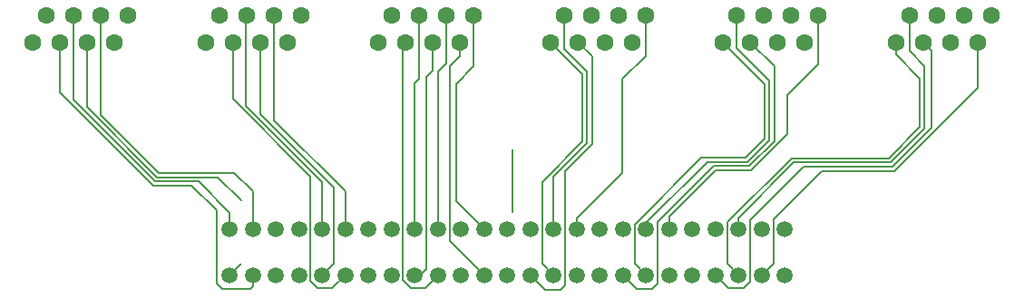
<source format=gbl>
%TF.GenerationSoftware,KiCad,Pcbnew,8.0.1*%
%TF.CreationDate,2024-07-20T02:09:27+01:00*%
%TF.ProjectId,MINI_TRUNK_6_MAIN,4d494e49-5f54-4525-954e-4b5f365f4d41,rev?*%
%TF.SameCoordinates,Original*%
%TF.FileFunction,Copper,L2,Bot*%
%TF.FilePolarity,Positive*%
%FSLAX46Y46*%
G04 Gerber Fmt 4.6, Leading zero omitted, Abs format (unit mm)*
G04 Created by KiCad (PCBNEW 8.0.1) date 2024-07-20 02:09:27*
%MOMM*%
%LPD*%
G01*
G04 APERTURE LIST*
%TA.AperFunction,ComponentPad*%
%ADD10C,1.500000*%
%TD*%
%TA.AperFunction,ComponentPad*%
%ADD11C,1.600000*%
%TD*%
%TA.AperFunction,Conductor*%
%ADD12C,0.200000*%
%TD*%
G04 APERTURE END LIST*
D10*
%TO.P,J7,1,Pin_1*%
%TO.N,/L1-*%
X138985182Y-106645000D03*
%TO.P,J7,2,Pin_2*%
%TO.N,/L2-*%
X141145182Y-106645000D03*
%TO.P,J7,3,Pin_3*%
%TO.N,/L3-*%
X143305182Y-106645000D03*
%TO.P,J7,4,Pin_4*%
%TO.N,/L4-*%
X145465182Y-106645000D03*
%TO.P,J7,5,Pin_5*%
%TO.N,/L5-*%
X147625182Y-106645000D03*
%TO.P,J7,6,Pin_6*%
%TO.N,/L6-*%
X149785182Y-106645000D03*
%TO.P,J7,7,Pin_7*%
%TO.N,/L7-*%
X151945182Y-106645000D03*
%TO.P,J7,8,Pin_8*%
%TO.N,/L8-*%
X154105182Y-106645000D03*
%TO.P,J7,9,Pin_9*%
%TO.N,/L9-*%
X156265182Y-106645000D03*
%TO.P,J7,10,Pin_10*%
%TO.N,/L10-*%
X158425182Y-106645000D03*
%TO.P,J7,11,Pin_11*%
%TO.N,/L11-*%
X160585182Y-106645000D03*
%TO.P,J7,12,Pin_12*%
%TO.N,/L12-*%
X162745182Y-106645000D03*
%TO.P,J7,13,Pin_13*%
%TO.N,/L13-*%
X164905182Y-106645000D03*
%TO.P,J7,14,Pin_14*%
%TO.N,/L14-*%
X167065182Y-106645000D03*
%TO.P,J7,15,Pin_15*%
%TO.N,/L15-*%
X169225182Y-106645000D03*
%TO.P,J7,16,Pin_16*%
%TO.N,/L16-*%
X171385182Y-106645000D03*
%TO.P,J7,17,Pin_17*%
%TO.N,/L17-*%
X173545182Y-106645000D03*
%TO.P,J7,18,Pin_18*%
%TO.N,/L18-*%
X175705182Y-106645000D03*
%TO.P,J7,19,Pin_19*%
%TO.N,/L19-*%
X177865182Y-106645000D03*
%TO.P,J7,20,Pin_20*%
%TO.N,/L20-*%
X180025182Y-106645000D03*
%TO.P,J7,21,Pin_21*%
%TO.N,/L21-*%
X182185182Y-106645000D03*
%TO.P,J7,22,Pin_22*%
%TO.N,/L22-*%
X184345182Y-106645000D03*
%TO.P,J7,23,Pin_23*%
%TO.N,/L23-*%
X186505182Y-106645000D03*
%TO.P,J7,24,Pin_24*%
%TO.N,/L24-*%
X188665182Y-106645000D03*
%TO.P,J7,25,Pin_25*%
%TO.N,unconnected-(J7-Pin_25-Pad25)*%
X190825182Y-106645000D03*
%TO.P,J7,26,Pin_26*%
%TO.N,/L1+*%
X138985182Y-110935000D03*
%TO.P,J7,27,Pin_27*%
%TO.N,/L2+*%
X141145182Y-110935000D03*
%TO.P,J7,28,Pin_28*%
%TO.N,/L3+*%
X143305182Y-110935000D03*
%TO.P,J7,29,Pin_29*%
%TO.N,/L4+*%
X145465182Y-110935000D03*
%TO.P,J7,30,Pin_30*%
%TO.N,/L5+*%
X147625182Y-110935000D03*
%TO.P,J7,31,Pin_31*%
%TO.N,/L6+*%
X149785182Y-110935000D03*
%TO.P,J7,32,Pin_32*%
%TO.N,/L7+*%
X151945182Y-110935000D03*
%TO.P,J7,33,Pin_33*%
%TO.N,/L8+*%
X154105182Y-110935000D03*
%TO.P,J7,34,Pin_34*%
%TO.N,/L9+*%
X156265182Y-110935000D03*
%TO.P,J7,35,Pin_35*%
%TO.N,/L10+*%
X158425182Y-110935000D03*
%TO.P,J7,36,Pin_36*%
%TO.N,/L11+*%
X160585182Y-110935000D03*
%TO.P,J7,37,Pin_37*%
%TO.N,/L12+*%
X162745182Y-110935000D03*
%TO.P,J7,38,Pin_38*%
%TO.N,/L13+*%
X164905182Y-110935000D03*
%TO.P,J7,39,Pin_39*%
%TO.N,/L14+*%
X167065182Y-110935000D03*
%TO.P,J7,40,Pin_40*%
%TO.N,/L15+*%
X169225182Y-110935000D03*
%TO.P,J7,41,Pin_41*%
%TO.N,/L16+*%
X171385182Y-110935000D03*
%TO.P,J7,42,Pin_42*%
%TO.N,/L17+*%
X173545182Y-110935000D03*
%TO.P,J7,43,Pin_43*%
%TO.N,/L18+*%
X175705182Y-110935000D03*
%TO.P,J7,44,Pin_44*%
%TO.N,/L19+*%
X177865182Y-110935000D03*
%TO.P,J7,45,Pin_45*%
%TO.N,/L20+*%
X180025182Y-110935000D03*
%TO.P,J7,46,Pin_46*%
%TO.N,/L21+*%
X182185182Y-110935000D03*
%TO.P,J7,47,Pin_47*%
%TO.N,/L22+*%
X184345182Y-110935000D03*
%TO.P,J7,48,Pin_48*%
%TO.N,/L23+*%
X186505182Y-110935000D03*
%TO.P,J7,49,Pin_49*%
%TO.N,/L24+*%
X188665182Y-110935000D03*
%TO.P,J7,50,Pin_50*%
%TO.N,unconnected-(J7-Pin_50-Pad50)*%
X190825182Y-110935000D03*
%TD*%
D11*
%TO.P,J3,1*%
%TO.N,/L11+*%
X152860179Y-89193995D03*
%TO.P,J3,2*%
%TO.N,/L11-*%
X154130176Y-86654002D03*
%TO.P,J3,3*%
%TO.N,/L10+*%
X155400180Y-89193995D03*
%TO.P,J3,4*%
%TO.N,/L9-*%
X156670177Y-86654002D03*
%TO.P,J3,5*%
%TO.N,/L9+*%
X157940181Y-89193995D03*
%TO.P,J3,6*%
%TO.N,/L10-*%
X159210178Y-86654002D03*
%TO.P,J3,7*%
%TO.N,/L12+*%
X160480182Y-89193995D03*
%TO.P,J3,8*%
%TO.N,/L12-*%
X161750183Y-86654002D03*
%TD*%
%TO.P,J6,1*%
%TO.N,/L23+*%
X201190182Y-89193995D03*
%TO.P,J6,2*%
%TO.N,/L23-*%
X202460179Y-86654002D03*
%TO.P,J6,3*%
%TO.N,/L22+*%
X203730183Y-89193995D03*
%TO.P,J6,4*%
%TO.N,/L21-*%
X205000180Y-86654002D03*
%TO.P,J6,5*%
%TO.N,/L21+*%
X206270184Y-89193995D03*
%TO.P,J6,6*%
%TO.N,/L22-*%
X207540181Y-86654002D03*
%TO.P,J6,7*%
%TO.N,/L24+*%
X208810185Y-89193995D03*
%TO.P,J6,8*%
%TO.N,/L24-*%
X210080186Y-86654002D03*
%TD*%
%TO.P,J5,1*%
%TO.N,/L19+*%
X185080179Y-89193995D03*
%TO.P,J5,2*%
%TO.N,/L19-*%
X186350176Y-86654002D03*
%TO.P,J5,3*%
%TO.N,/L18+*%
X187620180Y-89193995D03*
%TO.P,J5,4*%
%TO.N,/L17-*%
X188890177Y-86654002D03*
%TO.P,J5,5*%
%TO.N,/L17+*%
X190160181Y-89193995D03*
%TO.P,J5,6*%
%TO.N,/L18-*%
X191430178Y-86654002D03*
%TO.P,J5,7*%
%TO.N,/L20+*%
X192700182Y-89193995D03*
%TO.P,J5,8*%
%TO.N,/L20-*%
X193970183Y-86654002D03*
%TD*%
%TO.P,J2,1*%
%TO.N,/L7+*%
X136750179Y-89193995D03*
%TO.P,J2,2*%
%TO.N,/L7-*%
X138020176Y-86654002D03*
%TO.P,J2,3*%
%TO.N,/L6+*%
X139290180Y-89193995D03*
%TO.P,J2,4*%
%TO.N,/L5-*%
X140560177Y-86654002D03*
%TO.P,J2,5*%
%TO.N,/L5+*%
X141830181Y-89193995D03*
%TO.P,J2,6*%
%TO.N,/L6-*%
X143100178Y-86654002D03*
%TO.P,J2,7*%
%TO.N,/L8+*%
X144370182Y-89193995D03*
%TO.P,J2,8*%
%TO.N,/L8-*%
X145640183Y-86654002D03*
%TD*%
%TO.P,J4,1*%
%TO.N,/L15+*%
X168970179Y-89193995D03*
%TO.P,J4,2*%
%TO.N,/L15-*%
X170240176Y-86654002D03*
%TO.P,J4,3*%
%TO.N,/L14+*%
X171510180Y-89193995D03*
%TO.P,J4,4*%
%TO.N,/L13-*%
X172780177Y-86654002D03*
%TO.P,J4,5*%
%TO.N,/L13+*%
X174050181Y-89193995D03*
%TO.P,J4,6*%
%TO.N,/L14-*%
X175320178Y-86654002D03*
%TO.P,J4,7*%
%TO.N,/L16+*%
X176590182Y-89193995D03*
%TO.P,J4,8*%
%TO.N,/L16-*%
X177860183Y-86654002D03*
%TD*%
%TO.P,J1,1*%
%TO.N,/L3+*%
X120640179Y-89193995D03*
%TO.P,J1,2*%
%TO.N,/L3-*%
X121910176Y-86654002D03*
%TO.P,J1,3*%
%TO.N,/L2+*%
X123180180Y-89193995D03*
%TO.P,J1,4*%
%TO.N,/L1-*%
X124450177Y-86654002D03*
%TO.P,J1,5*%
%TO.N,/L1+*%
X125720181Y-89193995D03*
%TO.P,J1,6*%
%TO.N,/L2-*%
X126990178Y-86654002D03*
%TO.P,J1,7*%
%TO.N,/L4+*%
X128260182Y-89193995D03*
%TO.P,J1,8*%
%TO.N,/L4-*%
X129530183Y-86654002D03*
%TD*%
D12*
%TO.N,/L1+*%
X137880000Y-101790000D02*
X140050000Y-103960000D01*
X140050000Y-109870182D02*
X138985182Y-110935000D01*
X125660000Y-89753994D02*
X125660000Y-95218628D01*
X126219999Y-89193995D02*
X125660000Y-89753994D01*
X125660000Y-95218628D02*
X132231372Y-101790000D01*
X132231372Y-101790000D02*
X137880000Y-101790000D01*
X138985182Y-110935000D02*
X139485000Y-110935000D01*
%TO.N,/L2+*%
X131900000Y-102590000D02*
X135460000Y-102590000D01*
X123180180Y-93870180D02*
X131900000Y-102590000D01*
X140900000Y-112230000D02*
X141145182Y-111984818D01*
X123180180Y-89193995D02*
X123180180Y-93870180D01*
X137760000Y-111720000D02*
X138270000Y-112230000D01*
X138270000Y-112230000D02*
X140900000Y-112230000D01*
X137760000Y-104890000D02*
X137760000Y-111720000D01*
X135460000Y-102590000D02*
X137760000Y-104890000D01*
X141145182Y-111984818D02*
X141145182Y-110935000D01*
%TO.N,/L1-*%
X139000000Y-106630182D02*
X138985182Y-106645000D01*
X138985182Y-105114158D02*
X138985182Y-106645000D01*
X124450177Y-86654002D02*
X124450177Y-94574491D01*
X132065686Y-102190000D02*
X136090660Y-102190000D01*
X139000000Y-105099340D02*
X138985182Y-105114158D01*
X124420000Y-87183997D02*
X124949995Y-86654002D01*
X124450177Y-94574491D02*
X132065686Y-102190000D01*
X136090660Y-102190000D02*
X139000000Y-105099340D01*
%TO.N,/L2-*%
X126990178Y-86654002D02*
X126990178Y-95983120D01*
X141145182Y-103115182D02*
X141145182Y-106645000D01*
X139420000Y-101390000D02*
X141145182Y-103115182D01*
X132397058Y-101390000D02*
X139420000Y-101390000D01*
X127489996Y-86654002D02*
X126920000Y-87223998D01*
X126990178Y-95983120D02*
X132397058Y-101390000D01*
%TO.N,/L5-*%
X147625182Y-102904818D02*
X147625182Y-106645000D01*
X141059995Y-86654002D02*
X140510000Y-87203997D01*
X140490000Y-86724179D02*
X140490000Y-95084315D01*
X147630000Y-102900000D02*
X147625182Y-102904818D01*
X140560177Y-86654002D02*
X140490000Y-86724179D01*
X147630000Y-102224315D02*
X147630000Y-102900000D01*
X140490000Y-95084315D02*
X147630000Y-102224315D01*
%TO.N,/L6-*%
X149785182Y-103125182D02*
X149785182Y-106645000D01*
X143100178Y-96440178D02*
X149785182Y-103125182D01*
X143100178Y-86654002D02*
X143100178Y-96440178D01*
X143599996Y-86654002D02*
X143082300Y-87171698D01*
%TO.N,/L6+*%
X148550182Y-112170000D02*
X149785182Y-110935000D01*
X146530067Y-101690067D02*
X146530067Y-111461100D01*
X139290180Y-89193995D02*
X139290180Y-94450180D01*
X139290180Y-94450180D02*
X146530067Y-101690067D01*
X147238967Y-112170000D02*
X148550182Y-112170000D01*
X139320000Y-89663993D02*
X139789998Y-89193995D01*
X146530067Y-111461100D02*
X147238967Y-112170000D01*
%TO.N,/L5+*%
X148693559Y-109866623D02*
X147625182Y-110935000D01*
X148693559Y-102722189D02*
X148693559Y-109866623D01*
X141830181Y-95858811D02*
X148693559Y-102722189D01*
X141830181Y-89193995D02*
X141830181Y-95858811D01*
%TO.N,/L9+*%
X157350000Y-92452942D02*
X157940181Y-91862761D01*
X157940181Y-91862761D02*
X157940181Y-89193995D01*
X156265182Y-110935000D02*
X156765000Y-110935000D01*
X156765000Y-110935000D02*
X157350000Y-110350000D01*
X157780000Y-89853994D02*
X158439999Y-89193995D01*
X157350000Y-110350000D02*
X157350000Y-92452942D01*
%TO.N,/L10+*%
X155400180Y-89193995D02*
X155190000Y-89404175D01*
X155190000Y-89404175D02*
X155190000Y-111380000D01*
X157250182Y-112110000D02*
X158425182Y-110935000D01*
X155190000Y-111380000D02*
X155920000Y-112110000D01*
X155164548Y-89929445D02*
X155899998Y-89193995D01*
X155920000Y-112110000D02*
X157250182Y-112110000D01*
%TO.N,/L10-*%
X158425182Y-106645000D02*
X158425182Y-91943446D01*
X158425182Y-91943446D02*
X159210178Y-91158450D01*
X159210178Y-91158450D02*
X159210178Y-86654002D01*
X159240000Y-87123998D02*
X159709996Y-86654002D01*
%TO.N,/L12+*%
X159530000Y-91404314D02*
X159530000Y-107719818D01*
X160480182Y-90454132D02*
X159530000Y-91404314D01*
X160480182Y-89193995D02*
X160480182Y-90454132D01*
X159530000Y-107719818D02*
X162745182Y-110935000D01*
%TO.N,/L12-*%
X161750183Y-86654002D02*
X161750183Y-91439817D01*
X160120000Y-93070000D02*
X160120000Y-104019818D01*
X160120000Y-104019818D02*
X162745182Y-106645000D01*
X161750183Y-91439817D02*
X160120000Y-93070000D01*
%TO.N,/L9-*%
X156265182Y-106645000D02*
X156230000Y-106609818D01*
X156680000Y-87143997D02*
X157169995Y-86654002D01*
X156670177Y-92567080D02*
X156670177Y-86654002D01*
X156670000Y-106550000D02*
X156680000Y-106560000D01*
X156230000Y-106609818D02*
X156230000Y-93007257D01*
X156230000Y-93007257D02*
X156670177Y-92567080D01*
%TO.N,/L15-*%
X172340000Y-91920000D02*
X172340000Y-98605685D01*
X170240176Y-89820176D02*
X172340000Y-91920000D01*
X169225182Y-101720503D02*
X169225182Y-106645000D01*
X170240176Y-86654002D02*
X170240176Y-89820176D01*
X170270000Y-87123996D02*
X170739994Y-86654002D01*
X172340000Y-98605685D02*
X169225182Y-101720503D01*
%TO.N,/L16-*%
X177860000Y-90280000D02*
X177860000Y-90440000D01*
X171385182Y-105664818D02*
X171385182Y-106645000D01*
X175680000Y-92620000D02*
X175680000Y-101370000D01*
X177860183Y-86654002D02*
X177860183Y-90279817D01*
X177860183Y-90279817D02*
X177860000Y-90280000D01*
X175680000Y-101370000D02*
X171385182Y-105664818D01*
X177860000Y-90440000D02*
X175680000Y-92620000D01*
%TO.N,/L13-*%
X165405000Y-99159909D02*
X165405000Y-105070091D01*
%TO.N,/L14+*%
X170316498Y-111853502D02*
X169860000Y-112310000D01*
X170316498Y-101194872D02*
X170316498Y-111853502D01*
X171510180Y-89193995D02*
X172809997Y-90493812D01*
X172809997Y-90493812D02*
X172809997Y-98701373D01*
X172809997Y-98701373D02*
X170316498Y-101194872D01*
X168440182Y-112310000D02*
X167065182Y-110935000D01*
X169860000Y-112310000D02*
X168440182Y-112310000D01*
%TO.N,/L15+*%
X171936184Y-92160000D02*
X171940000Y-92160000D01*
X168160000Y-109869818D02*
X169225182Y-110935000D01*
X171940000Y-92160000D02*
X171940000Y-98440000D01*
X171940000Y-98440000D02*
X168160000Y-102220000D01*
X168970179Y-89193995D02*
X171936184Y-92160000D01*
X169469997Y-89689997D02*
X169469997Y-89193995D01*
X168160000Y-102220000D02*
X168160000Y-109869818D01*
%TO.N,/L20-*%
X191090000Y-94120000D02*
X191090000Y-97750000D01*
X193970183Y-86654002D02*
X193970183Y-91239817D01*
X180025182Y-105494818D02*
X180025182Y-106645000D01*
X193970183Y-91239817D02*
X191090000Y-94120000D01*
X184370000Y-101150000D02*
X180025182Y-105494818D01*
X191090000Y-97750000D02*
X187690000Y-101150000D01*
X187690000Y-101150000D02*
X184370000Y-101150000D01*
%TO.N,/L18+*%
X189836681Y-91410496D02*
X187620180Y-89193995D01*
X178950000Y-106004314D02*
X184204314Y-100750000D01*
X176990182Y-112220000D02*
X178410000Y-112220000D01*
X175705182Y-110935000D02*
X176990182Y-112220000D01*
X178950000Y-111680000D02*
X178950000Y-106004314D01*
X178410000Y-112220000D02*
X178950000Y-111680000D01*
X187524314Y-100750000D02*
X189836681Y-98437633D01*
X184204314Y-100750000D02*
X187524314Y-100750000D01*
X189836681Y-98437633D02*
X189836681Y-91410496D01*
%TO.N,/L19-*%
X189360000Y-92735802D02*
X189360000Y-98348628D01*
X187358628Y-100350000D02*
X183599340Y-100350000D01*
X177865182Y-106084158D02*
X177865182Y-106645000D01*
X189360000Y-98348628D02*
X187358628Y-100350000D01*
X186350176Y-86654002D02*
X186350176Y-89725978D01*
X186350176Y-89725978D02*
X189360000Y-92735802D01*
X186417089Y-87086907D02*
X186849994Y-86654002D01*
X183599340Y-100350000D02*
X177865182Y-106084158D01*
%TO.N,/L19+*%
X188960000Y-93067425D02*
X188960000Y-98182942D01*
X188953609Y-93067425D02*
X188960000Y-93067425D01*
X176811252Y-106176023D02*
X176811252Y-109881070D01*
X187192942Y-99950000D02*
X183037275Y-99950000D01*
X176811252Y-109881070D02*
X177865182Y-110935000D01*
X183037275Y-99950000D02*
X176811252Y-106176023D01*
X185080179Y-89193995D02*
X188953609Y-93067425D01*
X188960000Y-98182942D02*
X187192942Y-99950000D01*
X185579997Y-89687422D02*
X185579997Y-89193995D01*
%TO.N,/L23+*%
X201190182Y-89193995D02*
X201190182Y-90325365D01*
X203430001Y-97112941D02*
X200532942Y-100010000D01*
X201190182Y-90325365D02*
X203430001Y-92565184D01*
X191440000Y-100010000D02*
X185451923Y-105998077D01*
X185451923Y-109881741D02*
X186505182Y-110935000D01*
X185451923Y-105998077D02*
X185451923Y-109881741D01*
X203430001Y-92565184D02*
X203430001Y-97112941D01*
X200532942Y-100010000D02*
X191440000Y-100010000D01*
%TO.N,/L23-*%
X200698628Y-100410000D02*
X191679522Y-100410000D01*
X186505182Y-105584340D02*
X186505182Y-106645000D01*
X203830001Y-97278627D02*
X200698628Y-100410000D01*
X202959997Y-86654002D02*
X202450000Y-87163999D01*
X203830001Y-91370001D02*
X203830001Y-97278627D01*
X202460179Y-86654002D02*
X202460179Y-90000179D01*
X191679522Y-100410000D02*
X186505182Y-105584340D01*
X202460179Y-90000179D02*
X203830001Y-91370001D01*
%TO.N,/L22+*%
X187580000Y-105826445D02*
X187580000Y-111570000D01*
X204530182Y-97144132D02*
X200864314Y-100810000D01*
X185560182Y-112150000D02*
X184345182Y-110935000D01*
X200864314Y-100810000D02*
X192596445Y-100810000D01*
X204530182Y-89993994D02*
X204530182Y-97144132D01*
X192596445Y-100810000D02*
X187580000Y-105826445D01*
X187000000Y-112150000D02*
X185560182Y-112150000D01*
X203730183Y-89193995D02*
X204530182Y-89993994D01*
X187580000Y-111570000D02*
X187000000Y-112150000D01*
%TO.N,/L24+*%
X189760000Y-105700000D02*
X194250000Y-101210000D01*
X201030000Y-101210000D02*
X208810185Y-93429815D01*
X189760000Y-109840182D02*
X189760000Y-105700000D01*
X208810185Y-93429815D02*
X208810185Y-89193995D01*
X188665182Y-110935000D02*
X189760000Y-109840182D01*
X194250000Y-101210000D02*
X201030000Y-101210000D01*
%TD*%
M02*

</source>
